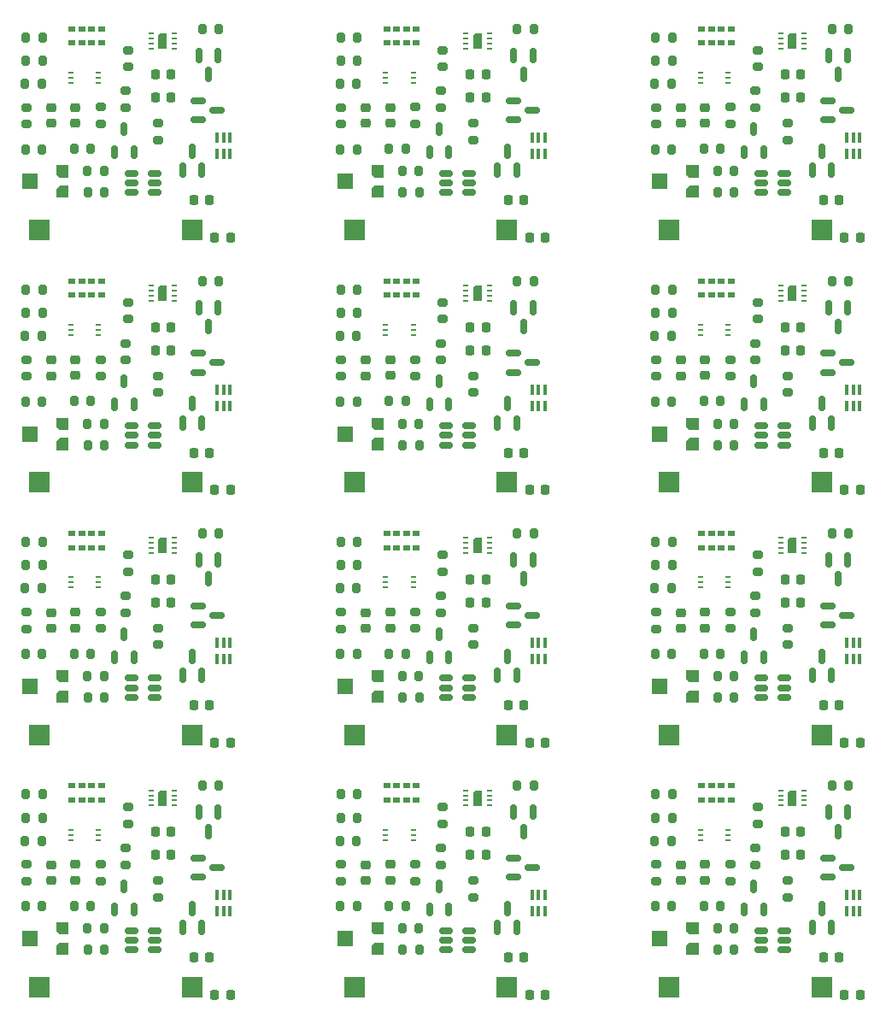
<source format=gtp>
G04 #@! TF.GenerationSoftware,KiCad,Pcbnew,7.0.7*
G04 #@! TF.CreationDate,2024-02-13T21:43:46-05:00*
G04 #@! TF.ProjectId,panelized,70616e65-6c69-47a6-9564-2e6b69636164,rev?*
G04 #@! TF.SameCoordinates,Original*
G04 #@! TF.FileFunction,Paste,Top*
G04 #@! TF.FilePolarity,Positive*
%FSLAX46Y46*%
G04 Gerber Fmt 4.6, Leading zero omitted, Abs format (unit mm)*
G04 Created by KiCad (PCBNEW 7.0.7) date 2024-02-13 21:43:46*
%MOMM*%
%LPD*%
G01*
G04 APERTURE LIST*
G04 Aperture macros list*
%AMRoundRect*
0 Rectangle with rounded corners*
0 $1 Rounding radius*
0 $2 $3 $4 $5 $6 $7 $8 $9 X,Y pos of 4 corners*
0 Add a 4 corners polygon primitive as box body*
4,1,4,$2,$3,$4,$5,$6,$7,$8,$9,$2,$3,0*
0 Add four circle primitives for the rounded corners*
1,1,$1+$1,$2,$3*
1,1,$1+$1,$4,$5*
1,1,$1+$1,$6,$7*
1,1,$1+$1,$8,$9*
0 Add four rect primitives between the rounded corners*
20,1,$1+$1,$2,$3,$4,$5,0*
20,1,$1+$1,$4,$5,$6,$7,0*
20,1,$1+$1,$6,$7,$8,$9,0*
20,1,$1+$1,$8,$9,$2,$3,0*%
%AMFreePoly0*
4,1,6,0.450000,-0.800000,-0.450000,-0.800000,-0.450000,0.530000,-0.180000,0.800000,0.450000,0.800000,0.450000,-0.800000,0.450000,-0.800000,$1*%
G04 Aperture macros list end*
%ADD10RoundRect,0.150000X0.512500X0.150000X-0.512500X0.150000X-0.512500X-0.150000X0.512500X-0.150000X0*%
%ADD11RoundRect,0.150000X-0.587500X-0.150000X0.587500X-0.150000X0.587500X0.150000X-0.587500X0.150000X0*%
%ADD12RoundRect,0.200000X0.200000X0.275000X-0.200000X0.275000X-0.200000X-0.275000X0.200000X-0.275000X0*%
%ADD13RoundRect,0.200000X-0.275000X0.200000X-0.275000X-0.200000X0.275000X-0.200000X0.275000X0.200000X0*%
%ADD14R,1.500000X1.600000*%
%ADD15RoundRect,0.200000X-0.200000X-0.275000X0.200000X-0.275000X0.200000X0.275000X-0.200000X0.275000X0*%
%ADD16RoundRect,0.225000X0.250000X-0.225000X0.250000X0.225000X-0.250000X0.225000X-0.250000X-0.225000X0*%
%ADD17R,0.720000X0.600000*%
%ADD18R,0.550000X0.250000*%
%ADD19R,2.000000X2.000000*%
%ADD20RoundRect,0.200000X0.275000X-0.200000X0.275000X0.200000X-0.275000X0.200000X-0.275000X-0.200000X0*%
%ADD21RoundRect,0.225000X0.225000X0.250000X-0.225000X0.250000X-0.225000X-0.250000X0.225000X-0.250000X0*%
%ADD22RoundRect,0.150000X0.150000X-0.587500X0.150000X0.587500X-0.150000X0.587500X-0.150000X-0.587500X0*%
%ADD23FreePoly0,0.000000*%
%ADD24RoundRect,0.150000X0.150000X-0.512500X0.150000X0.512500X-0.150000X0.512500X-0.150000X-0.512500X0*%
%ADD25RoundRect,0.150000X-0.150000X0.587500X-0.150000X-0.587500X0.150000X-0.587500X0.150000X0.587500X0*%
%ADD26R,0.300000X0.990000*%
G04 APERTURE END LIST*
G36*
X173394086Y-110943198D02*
G01*
X172194086Y-110943198D01*
X172194086Y-110043198D01*
X172494086Y-109743198D01*
X173394086Y-109743198D01*
X173394086Y-110943198D01*
G37*
G36*
X173394086Y-108943198D02*
G01*
X172494086Y-108943198D01*
X172194086Y-108643198D01*
X172194086Y-107743198D01*
X173394086Y-107743198D01*
X173394086Y-108943198D01*
G37*
G36*
X110994086Y-110943198D02*
G01*
X109794086Y-110943198D01*
X109794086Y-110043198D01*
X110094086Y-109743198D01*
X110994086Y-109743198D01*
X110994086Y-110943198D01*
G37*
G36*
X110994086Y-108943198D02*
G01*
X110094086Y-108943198D01*
X109794086Y-108643198D01*
X109794086Y-107743198D01*
X110994086Y-107743198D01*
X110994086Y-108943198D01*
G37*
G36*
X173394086Y-135943198D02*
G01*
X172194086Y-135943198D01*
X172194086Y-135043198D01*
X172494086Y-134743198D01*
X173394086Y-134743198D01*
X173394086Y-135943198D01*
G37*
G36*
X173394086Y-133943198D02*
G01*
X172494086Y-133943198D01*
X172194086Y-133643198D01*
X172194086Y-132743198D01*
X173394086Y-132743198D01*
X173394086Y-133943198D01*
G37*
G36*
X110994086Y-85943198D02*
G01*
X109794086Y-85943198D01*
X109794086Y-85043198D01*
X110094086Y-84743198D01*
X110994086Y-84743198D01*
X110994086Y-85943198D01*
G37*
G36*
X110994086Y-83943198D02*
G01*
X110094086Y-83943198D01*
X109794086Y-83643198D01*
X109794086Y-82743198D01*
X110994086Y-82743198D01*
X110994086Y-83943198D01*
G37*
G36*
X173394086Y-85943198D02*
G01*
X172194086Y-85943198D01*
X172194086Y-85043198D01*
X172494086Y-84743198D01*
X173394086Y-84743198D01*
X173394086Y-85943198D01*
G37*
G36*
X173394086Y-83943198D02*
G01*
X172494086Y-83943198D01*
X172194086Y-83643198D01*
X172194086Y-82743198D01*
X173394086Y-82743198D01*
X173394086Y-83943198D01*
G37*
G36*
X173394086Y-60943198D02*
G01*
X172194086Y-60943198D01*
X172194086Y-60043198D01*
X172494086Y-59743198D01*
X173394086Y-59743198D01*
X173394086Y-60943198D01*
G37*
G36*
X173394086Y-58943198D02*
G01*
X172494086Y-58943198D01*
X172194086Y-58643198D01*
X172194086Y-57743198D01*
X173394086Y-57743198D01*
X173394086Y-58943198D01*
G37*
G36*
X142194086Y-60943198D02*
G01*
X140994086Y-60943198D01*
X140994086Y-60043198D01*
X141294086Y-59743198D01*
X142194086Y-59743198D01*
X142194086Y-60943198D01*
G37*
G36*
X142194086Y-58943198D02*
G01*
X141294086Y-58943198D01*
X140994086Y-58643198D01*
X140994086Y-57743198D01*
X142194086Y-57743198D01*
X142194086Y-58943198D01*
G37*
G36*
X110994086Y-60943198D02*
G01*
X109794086Y-60943198D01*
X109794086Y-60043198D01*
X110094086Y-59743198D01*
X110994086Y-59743198D01*
X110994086Y-60943198D01*
G37*
G36*
X110994086Y-58943198D02*
G01*
X110094086Y-58943198D01*
X109794086Y-58643198D01*
X109794086Y-57743198D01*
X110994086Y-57743198D01*
X110994086Y-58943198D01*
G37*
G36*
X110994086Y-135943198D02*
G01*
X109794086Y-135943198D01*
X109794086Y-135043198D01*
X110094086Y-134743198D01*
X110994086Y-134743198D01*
X110994086Y-135943198D01*
G37*
G36*
X110994086Y-133943198D02*
G01*
X110094086Y-133943198D01*
X109794086Y-133643198D01*
X109794086Y-132743198D01*
X110994086Y-132743198D01*
X110994086Y-133943198D01*
G37*
G36*
X142194086Y-135943198D02*
G01*
X140994086Y-135943198D01*
X140994086Y-135043198D01*
X141294086Y-134743198D01*
X142194086Y-134743198D01*
X142194086Y-135943198D01*
G37*
G36*
X142194086Y-133943198D02*
G01*
X141294086Y-133943198D01*
X140994086Y-133643198D01*
X140994086Y-132743198D01*
X142194086Y-132743198D01*
X142194086Y-133943198D01*
G37*
G36*
X142194086Y-110943198D02*
G01*
X140994086Y-110943198D01*
X140994086Y-110043198D01*
X141294086Y-109743198D01*
X142194086Y-109743198D01*
X142194086Y-110943198D01*
G37*
G36*
X142194086Y-108943198D02*
G01*
X141294086Y-108943198D01*
X140994086Y-108643198D01*
X140994086Y-107743198D01*
X142194086Y-107743198D01*
X142194086Y-108943198D01*
G37*
G36*
X142194086Y-85943198D02*
G01*
X140994086Y-85943198D01*
X140994086Y-85043198D01*
X141294086Y-84743198D01*
X142194086Y-84743198D01*
X142194086Y-85943198D01*
G37*
G36*
X142194086Y-83943198D02*
G01*
X141294086Y-83943198D01*
X140994086Y-83643198D01*
X140994086Y-82743198D01*
X142194086Y-82743198D01*
X142194086Y-83943198D01*
G37*
D10*
X181881586Y-135443198D03*
X181881586Y-134493198D03*
X181881586Y-133543198D03*
X179606586Y-133543198D03*
X179606586Y-134493198D03*
X179606586Y-135443198D03*
D11*
X123843927Y-126350000D03*
X123843927Y-128250000D03*
X125718927Y-127300000D03*
D12*
X139519086Y-74650000D03*
X137869086Y-74650000D03*
D13*
X137984086Y-76990000D03*
X137984086Y-78640000D03*
D14*
X169544086Y-109343198D03*
D10*
X119481586Y-60443198D03*
X119481586Y-59493198D03*
X119481586Y-58543198D03*
X117206586Y-58543198D03*
X117206586Y-59493198D03*
X117206586Y-60443198D03*
D12*
X108404086Y-120050000D03*
X106754086Y-120050000D03*
D15*
X175256586Y-58330698D03*
X176906586Y-58330698D03*
D13*
X179044086Y-125375000D03*
X179044086Y-127025000D03*
D16*
X171644086Y-78575000D03*
X171644086Y-77025000D03*
D17*
X173724086Y-94200000D03*
X174694086Y-94200000D03*
X175664086Y-94200000D03*
X176634086Y-94200000D03*
X176634086Y-95600000D03*
X175664086Y-95600000D03*
X174694086Y-95600000D03*
X173724086Y-95600000D03*
D18*
X145116586Y-74550000D03*
X145116586Y-74050000D03*
X145116586Y-73550000D03*
X142366586Y-73550000D03*
X142366586Y-74050000D03*
X142366586Y-74550000D03*
D12*
X108344086Y-56143198D03*
X106694086Y-56143198D03*
D13*
X182244086Y-53575000D03*
X182244086Y-55225000D03*
D19*
X108084086Y-114150000D03*
X123204086Y-114150000D03*
D11*
X155043927Y-126350000D03*
X155043927Y-128250000D03*
X156918927Y-127300000D03*
D20*
X114144086Y-128625000D03*
X114144086Y-126975000D03*
D12*
X139544086Y-131143198D03*
X137894086Y-131143198D03*
D15*
X144056586Y-58330698D03*
X145706586Y-58330698D03*
D16*
X140444086Y-78575000D03*
X140444086Y-77025000D03*
D12*
X139544086Y-56143198D03*
X137894086Y-56143198D03*
D13*
X169184086Y-76990000D03*
X169184086Y-78640000D03*
X179044086Y-75375000D03*
X179044086Y-77025000D03*
D21*
X152329086Y-73750000D03*
X150779086Y-73750000D03*
D13*
X147844086Y-50375000D03*
X147844086Y-52025000D03*
D15*
X175269086Y-60443198D03*
X176919086Y-60443198D03*
D12*
X170804086Y-97350000D03*
X169154086Y-97350000D03*
X170804086Y-72350000D03*
X169154086Y-72350000D03*
D21*
X183529086Y-48750000D03*
X181979086Y-48750000D03*
D16*
X174044086Y-78550000D03*
X174044086Y-77000000D03*
D12*
X170744086Y-56143198D03*
X169094086Y-56143198D03*
D20*
X176544086Y-78625000D03*
X176544086Y-76975000D03*
D12*
X157069086Y-94200000D03*
X155419086Y-94200000D03*
X139604086Y-95050000D03*
X137954086Y-95050000D03*
X170804086Y-47350000D03*
X169154086Y-47350000D03*
D22*
X153494086Y-58237500D03*
X155394086Y-58237500D03*
X154444086Y-56362500D03*
X184694086Y-83237500D03*
X186594086Y-83237500D03*
X185644086Y-81362500D03*
D23*
X120304086Y-70400000D03*
D18*
X119129086Y-69650000D03*
X119129086Y-70150000D03*
X119129086Y-70650000D03*
X119129086Y-71150000D03*
X121479086Y-71150000D03*
X121479086Y-70650000D03*
X121479086Y-70150000D03*
X121479086Y-69650000D03*
D13*
X179044086Y-100375000D03*
X179044086Y-102025000D03*
D21*
X158219086Y-89900000D03*
X156669086Y-89900000D03*
D24*
X115544086Y-106437500D03*
X117444086Y-106437500D03*
X116494086Y-104162500D03*
D12*
X170744086Y-81143198D03*
X169094086Y-81143198D03*
D14*
X107144086Y-109343198D03*
D16*
X142844086Y-103550000D03*
X142844086Y-102000000D03*
D10*
X181881586Y-110443198D03*
X181881586Y-109493198D03*
X181881586Y-108543198D03*
X179606586Y-108543198D03*
X179606586Y-109493198D03*
X179606586Y-110443198D03*
D25*
X125794086Y-46825000D03*
X123894086Y-46825000D03*
X124844086Y-48700000D03*
D16*
X174044086Y-103550000D03*
X174044086Y-102000000D03*
D12*
X188269086Y-119200000D03*
X186619086Y-119200000D03*
D25*
X125794086Y-71825000D03*
X123894086Y-71825000D03*
X124844086Y-73700000D03*
D26*
X125694086Y-81600000D03*
X126344086Y-81600000D03*
X126994086Y-81600000D03*
X126994086Y-79990000D03*
X126344086Y-79990000D03*
X125694086Y-79990000D03*
D21*
X189419086Y-139900000D03*
X187869086Y-139900000D03*
X152329086Y-126050000D03*
X150779086Y-126050000D03*
D12*
X108404086Y-70050000D03*
X106754086Y-70050000D03*
D13*
X119844086Y-128575000D03*
X119844086Y-130225000D03*
D17*
X173724086Y-44200000D03*
X174694086Y-44200000D03*
X175664086Y-44200000D03*
X176634086Y-44200000D03*
X176634086Y-45600000D03*
X175664086Y-45600000D03*
X174694086Y-45600000D03*
X173724086Y-45600000D03*
D12*
X157069086Y-44200000D03*
X155419086Y-44200000D03*
D25*
X125794086Y-121825000D03*
X123894086Y-121825000D03*
X124844086Y-123700000D03*
D12*
X157069086Y-119200000D03*
X155419086Y-119200000D03*
D13*
X106784086Y-51990000D03*
X106784086Y-53640000D03*
D21*
X158219086Y-114900000D03*
X156669086Y-114900000D03*
D15*
X112856586Y-58330698D03*
X114506586Y-58330698D03*
D17*
X142524086Y-44200000D03*
X143494086Y-44200000D03*
X144464086Y-44200000D03*
X145434086Y-44200000D03*
X145434086Y-45600000D03*
X144464086Y-45600000D03*
X143494086Y-45600000D03*
X142524086Y-45600000D03*
D12*
X108344086Y-131143198D03*
X106694086Y-131143198D03*
D10*
X119481586Y-85443198D03*
X119481586Y-84493198D03*
X119481586Y-83543198D03*
X117206586Y-83543198D03*
X117206586Y-84493198D03*
X117206586Y-85443198D03*
D14*
X169544086Y-134343198D03*
D13*
X148044086Y-71325000D03*
X148044086Y-72975000D03*
D11*
X155043927Y-51350000D03*
X155043927Y-53250000D03*
X156918927Y-52300000D03*
D21*
X183529086Y-51050000D03*
X181979086Y-51050000D03*
D13*
X151044086Y-53575000D03*
X151044086Y-55225000D03*
D24*
X177944086Y-81437500D03*
X179844086Y-81437500D03*
X178894086Y-79162500D03*
D25*
X156994086Y-96825000D03*
X155094086Y-96825000D03*
X156044086Y-98700000D03*
D21*
X187319086Y-136200000D03*
X185769086Y-136200000D03*
D12*
X139604086Y-122350000D03*
X137954086Y-122350000D03*
D13*
X137984086Y-126990000D03*
X137984086Y-128640000D03*
D23*
X182704086Y-45400000D03*
D18*
X181529086Y-44650000D03*
X181529086Y-45150000D03*
X181529086Y-45650000D03*
X181529086Y-46150000D03*
X183879086Y-46150000D03*
X183879086Y-45650000D03*
X183879086Y-45150000D03*
X183879086Y-44650000D03*
D19*
X170484086Y-89150000D03*
X185604086Y-89150000D03*
D18*
X113916586Y-74550000D03*
X113916586Y-74050000D03*
X113916586Y-73550000D03*
X111166586Y-73550000D03*
X111166586Y-74050000D03*
X111166586Y-74550000D03*
D23*
X151504086Y-120400000D03*
D18*
X150329086Y-119650000D03*
X150329086Y-120150000D03*
X150329086Y-120650000D03*
X150329086Y-121150000D03*
X152679086Y-121150000D03*
X152679086Y-120650000D03*
X152679086Y-120150000D03*
X152679086Y-119650000D03*
D15*
X144069086Y-135443198D03*
X145719086Y-135443198D03*
D13*
X106784086Y-126990000D03*
X106784086Y-128640000D03*
X147844086Y-100375000D03*
X147844086Y-102025000D03*
X116644086Y-75375000D03*
X116644086Y-77025000D03*
X116844086Y-121325000D03*
X116844086Y-122975000D03*
D16*
X171644086Y-53575000D03*
X171644086Y-52025000D03*
D12*
X170744086Y-106143198D03*
X169094086Y-106143198D03*
X139544086Y-81143198D03*
X137894086Y-81143198D03*
X188269086Y-44200000D03*
X186619086Y-44200000D03*
X125869086Y-94200000D03*
X124219086Y-94200000D03*
D21*
X121129086Y-73750000D03*
X119579086Y-73750000D03*
D11*
X186243927Y-76350000D03*
X186243927Y-78250000D03*
X188118927Y-77300000D03*
D16*
X109244086Y-78575000D03*
X109244086Y-77025000D03*
D15*
X112856586Y-83330698D03*
X114506586Y-83330698D03*
D10*
X119481586Y-135443198D03*
X119481586Y-134493198D03*
X119481586Y-133543198D03*
X117206586Y-133543198D03*
X117206586Y-134493198D03*
X117206586Y-135443198D03*
D18*
X145116586Y-49550000D03*
X145116586Y-49050000D03*
X145116586Y-48550000D03*
X142366586Y-48550000D03*
X142366586Y-49050000D03*
X142366586Y-49550000D03*
D24*
X146744086Y-131437500D03*
X148644086Y-131437500D03*
X147694086Y-129162500D03*
D21*
X152329086Y-123750000D03*
X150779086Y-123750000D03*
D12*
X170719086Y-49650000D03*
X169069086Y-49650000D03*
D18*
X113916586Y-49550000D03*
X113916586Y-49050000D03*
X113916586Y-48550000D03*
X111166586Y-48550000D03*
X111166586Y-49050000D03*
X111166586Y-49550000D03*
D20*
X145344086Y-53625000D03*
X145344086Y-51975000D03*
D15*
X175256586Y-83330698D03*
X176906586Y-83330698D03*
D12*
X108404086Y-97350000D03*
X106754086Y-97350000D03*
D13*
X147844086Y-125375000D03*
X147844086Y-127025000D03*
D16*
X142844086Y-128550000D03*
X142844086Y-127000000D03*
D21*
X127019086Y-64900000D03*
X125469086Y-64900000D03*
D13*
X116644086Y-50375000D03*
X116644086Y-52025000D03*
D26*
X156894086Y-131600000D03*
X157544086Y-131600000D03*
X158194086Y-131600000D03*
X158194086Y-129990000D03*
X157544086Y-129990000D03*
X156894086Y-129990000D03*
D11*
X155043927Y-101350000D03*
X155043927Y-103250000D03*
X156918927Y-102300000D03*
D15*
X173919086Y-56100000D03*
X175569086Y-56100000D03*
D18*
X113916586Y-124550000D03*
X113916586Y-124050000D03*
X113916586Y-123550000D03*
X111166586Y-123550000D03*
X111166586Y-124050000D03*
X111166586Y-124550000D03*
D24*
X146744086Y-56437500D03*
X148644086Y-56437500D03*
X147694086Y-54162500D03*
X177944086Y-56437500D03*
X179844086Y-56437500D03*
X178894086Y-54162500D03*
D22*
X153494086Y-133237500D03*
X155394086Y-133237500D03*
X154444086Y-131362500D03*
D15*
X175269086Y-110443198D03*
X176919086Y-110443198D03*
D23*
X120304086Y-95400000D03*
D18*
X119129086Y-94650000D03*
X119129086Y-95150000D03*
X119129086Y-95650000D03*
X119129086Y-96150000D03*
X121479086Y-96150000D03*
X121479086Y-95650000D03*
X121479086Y-95150000D03*
X121479086Y-94650000D03*
D12*
X139519086Y-124650000D03*
X137869086Y-124650000D03*
D22*
X122294086Y-133237500D03*
X124194086Y-133237500D03*
X123244086Y-131362500D03*
D13*
X179044086Y-50375000D03*
X179044086Y-52025000D03*
D12*
X108319086Y-99650000D03*
X106669086Y-99650000D03*
D21*
X124919086Y-61200000D03*
X123369086Y-61200000D03*
D15*
X112869086Y-85443198D03*
X114519086Y-85443198D03*
D25*
X188194086Y-121825000D03*
X186294086Y-121825000D03*
X187244086Y-123700000D03*
D12*
X125869086Y-44200000D03*
X124219086Y-44200000D03*
D17*
X142524086Y-94200000D03*
X143494086Y-94200000D03*
X144464086Y-94200000D03*
X145434086Y-94200000D03*
X145434086Y-95600000D03*
X144464086Y-95600000D03*
X143494086Y-95600000D03*
X142524086Y-95600000D03*
D23*
X120304086Y-45400000D03*
D18*
X119129086Y-44650000D03*
X119129086Y-45150000D03*
X119129086Y-45650000D03*
X119129086Y-46150000D03*
X121479086Y-46150000D03*
X121479086Y-45650000D03*
X121479086Y-45150000D03*
X121479086Y-44650000D03*
D16*
X111644086Y-103550000D03*
X111644086Y-102000000D03*
D12*
X139604086Y-72350000D03*
X137954086Y-72350000D03*
D26*
X188094086Y-81600000D03*
X188744086Y-81600000D03*
X189394086Y-81600000D03*
X189394086Y-79990000D03*
X188744086Y-79990000D03*
X188094086Y-79990000D03*
D21*
X124919086Y-111200000D03*
X123369086Y-111200000D03*
D26*
X188094086Y-131600000D03*
X188744086Y-131600000D03*
X189394086Y-131600000D03*
X189394086Y-129990000D03*
X188744086Y-129990000D03*
X188094086Y-129990000D03*
D13*
X148044086Y-121325000D03*
X148044086Y-122975000D03*
X137984086Y-101990000D03*
X137984086Y-103640000D03*
D15*
X142719086Y-81100000D03*
X144369086Y-81100000D03*
D21*
X152329086Y-51050000D03*
X150779086Y-51050000D03*
D13*
X116844086Y-46325000D03*
X116844086Y-47975000D03*
D15*
X142719086Y-131100000D03*
X144369086Y-131100000D03*
D17*
X142524086Y-119200000D03*
X143494086Y-119200000D03*
X144464086Y-119200000D03*
X145434086Y-119200000D03*
X145434086Y-120600000D03*
X144464086Y-120600000D03*
X143494086Y-120600000D03*
X142524086Y-120600000D03*
D20*
X176544086Y-103625000D03*
X176544086Y-101975000D03*
D21*
X189419086Y-89900000D03*
X187869086Y-89900000D03*
D24*
X146744086Y-81437500D03*
X148644086Y-81437500D03*
X147694086Y-79162500D03*
D15*
X144069086Y-60443198D03*
X145719086Y-60443198D03*
D13*
X151044086Y-128575000D03*
X151044086Y-130225000D03*
D22*
X153494086Y-83237500D03*
X155394086Y-83237500D03*
X154444086Y-81362500D03*
D21*
X152329086Y-98750000D03*
X150779086Y-98750000D03*
D11*
X123843927Y-101350000D03*
X123843927Y-103250000D03*
X125718927Y-102300000D03*
D19*
X139284086Y-139150000D03*
X154404086Y-139150000D03*
D16*
X171644086Y-103575000D03*
X171644086Y-102025000D03*
D20*
X114144086Y-78625000D03*
X114144086Y-76975000D03*
D14*
X107144086Y-84343198D03*
X169544086Y-84343198D03*
X169544086Y-59343198D03*
D16*
X111644086Y-53550000D03*
X111644086Y-52000000D03*
D15*
X111519086Y-131100000D03*
X113169086Y-131100000D03*
D10*
X150681586Y-60443198D03*
X150681586Y-59493198D03*
X150681586Y-58543198D03*
X148406586Y-58543198D03*
X148406586Y-59493198D03*
X148406586Y-60443198D03*
D12*
X139604086Y-120050000D03*
X137954086Y-120050000D03*
D19*
X139284086Y-89150000D03*
X154404086Y-89150000D03*
X170484086Y-64150000D03*
X185604086Y-64150000D03*
D10*
X119481586Y-110443198D03*
X119481586Y-109493198D03*
X119481586Y-108543198D03*
X117206586Y-108543198D03*
X117206586Y-109493198D03*
X117206586Y-110443198D03*
D18*
X145116586Y-99550000D03*
X145116586Y-99050000D03*
X145116586Y-98550000D03*
X142366586Y-98550000D03*
X142366586Y-99050000D03*
X142366586Y-99550000D03*
D21*
X127019086Y-139900000D03*
X125469086Y-139900000D03*
D14*
X138344086Y-59343198D03*
D15*
X142719086Y-106100000D03*
X144369086Y-106100000D03*
D21*
X121129086Y-98750000D03*
X119579086Y-98750000D03*
D26*
X156894086Y-106600000D03*
X157544086Y-106600000D03*
X158194086Y-106600000D03*
X158194086Y-104990000D03*
X157544086Y-104990000D03*
X156894086Y-104990000D03*
D25*
X125794086Y-96825000D03*
X123894086Y-96825000D03*
X124844086Y-98700000D03*
D12*
X170804086Y-120050000D03*
X169154086Y-120050000D03*
D24*
X177944086Y-131437500D03*
X179844086Y-131437500D03*
X178894086Y-129162500D03*
D11*
X155043927Y-76350000D03*
X155043927Y-78250000D03*
X156918927Y-77300000D03*
D21*
X121129086Y-51050000D03*
X119579086Y-51050000D03*
D17*
X111324086Y-44200000D03*
X112294086Y-44200000D03*
X113264086Y-44200000D03*
X114234086Y-44200000D03*
X114234086Y-45600000D03*
X113264086Y-45600000D03*
X112294086Y-45600000D03*
X111324086Y-45600000D03*
D25*
X156994086Y-46825000D03*
X155094086Y-46825000D03*
X156044086Y-48700000D03*
D11*
X186243927Y-51350000D03*
X186243927Y-53250000D03*
X188118927Y-52300000D03*
D13*
X147844086Y-75375000D03*
X147844086Y-77025000D03*
D21*
X121129086Y-126050000D03*
X119579086Y-126050000D03*
D16*
X140444086Y-53575000D03*
X140444086Y-52025000D03*
D20*
X114144086Y-53625000D03*
X114144086Y-51975000D03*
D12*
X170804086Y-95050000D03*
X169154086Y-95050000D03*
D13*
X116844086Y-96325000D03*
X116844086Y-97975000D03*
D19*
X108084086Y-64150000D03*
X123204086Y-64150000D03*
D17*
X111324086Y-94200000D03*
X112294086Y-94200000D03*
X113264086Y-94200000D03*
X114234086Y-94200000D03*
X114234086Y-95600000D03*
X113264086Y-95600000D03*
X112294086Y-95600000D03*
X111324086Y-95600000D03*
D19*
X139284086Y-114150000D03*
X154404086Y-114150000D03*
D21*
X158219086Y-139900000D03*
X156669086Y-139900000D03*
D10*
X181881586Y-60443198D03*
X181881586Y-59493198D03*
X181881586Y-58543198D03*
X179606586Y-58543198D03*
X179606586Y-59493198D03*
X179606586Y-60443198D03*
D12*
X108404086Y-45050000D03*
X106754086Y-45050000D03*
D15*
X111519086Y-56100000D03*
X113169086Y-56100000D03*
D13*
X148044086Y-96325000D03*
X148044086Y-97975000D03*
D15*
X175269086Y-85443198D03*
X176919086Y-85443198D03*
D23*
X182704086Y-120400000D03*
D18*
X181529086Y-119650000D03*
X181529086Y-120150000D03*
X181529086Y-120650000D03*
X181529086Y-121150000D03*
X183879086Y-121150000D03*
X183879086Y-120650000D03*
X183879086Y-120150000D03*
X183879086Y-119650000D03*
D23*
X151504086Y-45400000D03*
D18*
X150329086Y-44650000D03*
X150329086Y-45150000D03*
X150329086Y-45650000D03*
X150329086Y-46150000D03*
X152679086Y-46150000D03*
X152679086Y-45650000D03*
X152679086Y-45150000D03*
X152679086Y-44650000D03*
X176316586Y-74550000D03*
X176316586Y-74050000D03*
X176316586Y-73550000D03*
X173566586Y-73550000D03*
X173566586Y-74050000D03*
X173566586Y-74550000D03*
D23*
X182704086Y-95400000D03*
D18*
X181529086Y-94650000D03*
X181529086Y-95150000D03*
X181529086Y-95650000D03*
X181529086Y-96150000D03*
X183879086Y-96150000D03*
X183879086Y-95650000D03*
X183879086Y-95150000D03*
X183879086Y-94650000D03*
D12*
X170804086Y-122350000D03*
X169154086Y-122350000D03*
D24*
X115544086Y-81437500D03*
X117444086Y-81437500D03*
X116494086Y-79162500D03*
D18*
X145116586Y-124550000D03*
X145116586Y-124050000D03*
X145116586Y-123550000D03*
X142366586Y-123550000D03*
X142366586Y-124050000D03*
X142366586Y-124550000D03*
D25*
X188194086Y-96825000D03*
X186294086Y-96825000D03*
X187244086Y-98700000D03*
D15*
X144056586Y-133330698D03*
X145706586Y-133330698D03*
D12*
X108344086Y-106143198D03*
X106694086Y-106143198D03*
D25*
X156994086Y-71825000D03*
X155094086Y-71825000D03*
X156044086Y-73700000D03*
D14*
X107144086Y-59343198D03*
D12*
X139604086Y-97350000D03*
X137954086Y-97350000D03*
D17*
X173724086Y-69200000D03*
X174694086Y-69200000D03*
X175664086Y-69200000D03*
X176634086Y-69200000D03*
X176634086Y-70600000D03*
X175664086Y-70600000D03*
X174694086Y-70600000D03*
X173724086Y-70600000D03*
D15*
X112869086Y-135443198D03*
X114519086Y-135443198D03*
D20*
X176544086Y-128625000D03*
X176544086Y-126975000D03*
D16*
X109244086Y-103575000D03*
X109244086Y-102025000D03*
X174044086Y-53550000D03*
X174044086Y-52000000D03*
D26*
X156894086Y-56600000D03*
X157544086Y-56600000D03*
X158194086Y-56600000D03*
X158194086Y-54990000D03*
X157544086Y-54990000D03*
X156894086Y-54990000D03*
D12*
X125869086Y-119200000D03*
X124219086Y-119200000D03*
D26*
X156894086Y-81600000D03*
X157544086Y-81600000D03*
X158194086Y-81600000D03*
X158194086Y-79990000D03*
X157544086Y-79990000D03*
X156894086Y-79990000D03*
D10*
X150681586Y-85443198D03*
X150681586Y-84493198D03*
X150681586Y-83543198D03*
X148406586Y-83543198D03*
X148406586Y-84493198D03*
X148406586Y-85443198D03*
D24*
X177944086Y-106437500D03*
X179844086Y-106437500D03*
X178894086Y-104162500D03*
D20*
X145344086Y-128625000D03*
X145344086Y-126975000D03*
D15*
X111519086Y-81100000D03*
X113169086Y-81100000D03*
D21*
X189419086Y-64900000D03*
X187869086Y-64900000D03*
D12*
X108319086Y-49650000D03*
X106669086Y-49650000D03*
X170719086Y-99650000D03*
X169069086Y-99650000D03*
D16*
X140444086Y-103575000D03*
X140444086Y-102025000D03*
D17*
X173724086Y-119200000D03*
X174694086Y-119200000D03*
X175664086Y-119200000D03*
X176634086Y-119200000D03*
X176634086Y-120600000D03*
X175664086Y-120600000D03*
X174694086Y-120600000D03*
X173724086Y-120600000D03*
D14*
X107144086Y-134343198D03*
D15*
X144069086Y-110443198D03*
X145719086Y-110443198D03*
D13*
X169184086Y-51990000D03*
X169184086Y-53640000D03*
D11*
X186243927Y-101350000D03*
X186243927Y-103250000D03*
X188118927Y-102300000D03*
D12*
X108404086Y-122350000D03*
X106754086Y-122350000D03*
D21*
X183529086Y-123750000D03*
X181979086Y-123750000D03*
D15*
X173919086Y-131100000D03*
X175569086Y-131100000D03*
D13*
X116644086Y-125375000D03*
X116644086Y-127025000D03*
D26*
X188094086Y-56600000D03*
X188744086Y-56600000D03*
X189394086Y-56600000D03*
X189394086Y-54990000D03*
X188744086Y-54990000D03*
X188094086Y-54990000D03*
D21*
X183529086Y-98750000D03*
X181979086Y-98750000D03*
D12*
X108319086Y-124650000D03*
X106669086Y-124650000D03*
X108404086Y-47350000D03*
X106754086Y-47350000D03*
D18*
X176316586Y-99550000D03*
X176316586Y-99050000D03*
X176316586Y-98550000D03*
X173566586Y-98550000D03*
X173566586Y-99050000D03*
X173566586Y-99550000D03*
D13*
X151044086Y-103575000D03*
X151044086Y-105225000D03*
D20*
X176544086Y-53625000D03*
X176544086Y-51975000D03*
D15*
X111519086Y-106100000D03*
X113169086Y-106100000D03*
D12*
X170719086Y-74650000D03*
X169069086Y-74650000D03*
X125869086Y-69200000D03*
X124219086Y-69200000D03*
D23*
X120304086Y-120400000D03*
D18*
X119129086Y-119650000D03*
X119129086Y-120150000D03*
X119129086Y-120650000D03*
X119129086Y-121150000D03*
X121479086Y-121150000D03*
X121479086Y-120650000D03*
X121479086Y-120150000D03*
X121479086Y-119650000D03*
D12*
X188269086Y-69200000D03*
X186619086Y-69200000D03*
D18*
X176316586Y-49550000D03*
X176316586Y-49050000D03*
X176316586Y-48550000D03*
X173566586Y-48550000D03*
X173566586Y-49050000D03*
X173566586Y-49550000D03*
D13*
X182244086Y-103575000D03*
X182244086Y-105225000D03*
D12*
X108344086Y-81143198D03*
X106694086Y-81143198D03*
D13*
X119844086Y-53575000D03*
X119844086Y-55225000D03*
D19*
X170484086Y-139150000D03*
X185604086Y-139150000D03*
D15*
X175256586Y-108330698D03*
X176906586Y-108330698D03*
D22*
X153494086Y-108237500D03*
X155394086Y-108237500D03*
X154444086Y-106362500D03*
D23*
X182704086Y-70400000D03*
D18*
X181529086Y-69650000D03*
X181529086Y-70150000D03*
X181529086Y-70650000D03*
X181529086Y-71150000D03*
X183879086Y-71150000D03*
X183879086Y-70650000D03*
X183879086Y-70150000D03*
X183879086Y-69650000D03*
D21*
X183529086Y-73750000D03*
X181979086Y-73750000D03*
D23*
X151504086Y-95400000D03*
D18*
X150329086Y-94650000D03*
X150329086Y-95150000D03*
X150329086Y-95650000D03*
X150329086Y-96150000D03*
X152679086Y-96150000D03*
X152679086Y-95650000D03*
X152679086Y-95150000D03*
X152679086Y-94650000D03*
D24*
X115544086Y-131437500D03*
X117444086Y-131437500D03*
X116494086Y-129162500D03*
D16*
X142844086Y-53550000D03*
X142844086Y-52000000D03*
D21*
X183529086Y-76050000D03*
X181979086Y-76050000D03*
D15*
X175269086Y-135443198D03*
X176919086Y-135443198D03*
X112869086Y-60443198D03*
X114519086Y-60443198D03*
X112869086Y-110443198D03*
X114519086Y-110443198D03*
X175256586Y-133330698D03*
X176906586Y-133330698D03*
D12*
X170719086Y-124650000D03*
X169069086Y-124650000D03*
D24*
X146744086Y-106437500D03*
X148644086Y-106437500D03*
X147694086Y-104162500D03*
D12*
X170804086Y-45050000D03*
X169154086Y-45050000D03*
D13*
X169184086Y-101990000D03*
X169184086Y-103640000D03*
D16*
X109244086Y-53575000D03*
X109244086Y-52025000D03*
D11*
X123843927Y-51350000D03*
X123843927Y-53250000D03*
X125718927Y-52300000D03*
D13*
X137984086Y-51990000D03*
X137984086Y-53640000D03*
D16*
X171644086Y-128575000D03*
X171644086Y-127025000D03*
D12*
X139544086Y-106143198D03*
X137894086Y-106143198D03*
D15*
X112856586Y-108330698D03*
X114506586Y-108330698D03*
D22*
X184694086Y-58237500D03*
X186594086Y-58237500D03*
X185644086Y-56362500D03*
D21*
X187319086Y-86200000D03*
X185769086Y-86200000D03*
D22*
X122294086Y-58237500D03*
X124194086Y-58237500D03*
X123244086Y-56362500D03*
D13*
X106784086Y-76990000D03*
X106784086Y-78640000D03*
X179244086Y-121325000D03*
X179244086Y-122975000D03*
D21*
X158219086Y-64900000D03*
X156669086Y-64900000D03*
D26*
X125694086Y-56600000D03*
X126344086Y-56600000D03*
X126994086Y-56600000D03*
X126994086Y-54990000D03*
X126344086Y-54990000D03*
X125694086Y-54990000D03*
D25*
X156994086Y-121825000D03*
X155094086Y-121825000D03*
X156044086Y-123700000D03*
D10*
X181881586Y-85443198D03*
X181881586Y-84493198D03*
X181881586Y-83543198D03*
X179606586Y-83543198D03*
X179606586Y-84493198D03*
X179606586Y-85443198D03*
D21*
X152329086Y-101050000D03*
X150779086Y-101050000D03*
X127019086Y-114900000D03*
X125469086Y-114900000D03*
D12*
X139519086Y-99650000D03*
X137869086Y-99650000D03*
D19*
X170484086Y-114150000D03*
X185604086Y-114150000D03*
D26*
X188094086Y-106600000D03*
X188744086Y-106600000D03*
X189394086Y-106600000D03*
X189394086Y-104990000D03*
X188744086Y-104990000D03*
X188094086Y-104990000D03*
D19*
X139284086Y-64150000D03*
X154404086Y-64150000D03*
D13*
X182244086Y-128575000D03*
X182244086Y-130225000D03*
D21*
X183529086Y-126050000D03*
X181979086Y-126050000D03*
D12*
X108404086Y-72350000D03*
X106754086Y-72350000D03*
D16*
X174044086Y-128550000D03*
X174044086Y-127000000D03*
D23*
X151504086Y-70400000D03*
D18*
X150329086Y-69650000D03*
X150329086Y-70150000D03*
X150329086Y-70650000D03*
X150329086Y-71150000D03*
X152679086Y-71150000D03*
X152679086Y-70650000D03*
X152679086Y-70150000D03*
X152679086Y-69650000D03*
D16*
X111644086Y-78550000D03*
X111644086Y-77000000D03*
D21*
X156119086Y-136200000D03*
X154569086Y-136200000D03*
D13*
X179244086Y-96325000D03*
X179244086Y-97975000D03*
D15*
X144069086Y-85443198D03*
X145719086Y-85443198D03*
D13*
X116644086Y-100375000D03*
X116644086Y-102025000D03*
D21*
X156119086Y-86200000D03*
X154569086Y-86200000D03*
D12*
X188269086Y-94200000D03*
X186619086Y-94200000D03*
D18*
X113916586Y-99550000D03*
X113916586Y-99050000D03*
X113916586Y-98550000D03*
X111166586Y-98550000D03*
X111166586Y-99050000D03*
X111166586Y-99550000D03*
D13*
X179244086Y-71325000D03*
X179244086Y-72975000D03*
D15*
X142719086Y-56100000D03*
X144369086Y-56100000D03*
D12*
X139519086Y-49650000D03*
X137869086Y-49650000D03*
D21*
X127019086Y-89900000D03*
X125469086Y-89900000D03*
D17*
X142524086Y-69200000D03*
X143494086Y-69200000D03*
X144464086Y-69200000D03*
X145434086Y-69200000D03*
X145434086Y-70600000D03*
X144464086Y-70600000D03*
X143494086Y-70600000D03*
X142524086Y-70600000D03*
D20*
X145344086Y-78625000D03*
X145344086Y-76975000D03*
D12*
X157069086Y-69200000D03*
X155419086Y-69200000D03*
D15*
X173919086Y-106100000D03*
X175569086Y-106100000D03*
D12*
X108404086Y-95050000D03*
X106754086Y-95050000D03*
D19*
X108084086Y-139150000D03*
X123204086Y-139150000D03*
D21*
X121129086Y-101050000D03*
X119579086Y-101050000D03*
D22*
X184694086Y-108237500D03*
X186594086Y-108237500D03*
X185644086Y-106362500D03*
D21*
X187319086Y-61200000D03*
X185769086Y-61200000D03*
D20*
X114144086Y-103625000D03*
X114144086Y-101975000D03*
D21*
X183529086Y-101050000D03*
X181979086Y-101050000D03*
D22*
X122294086Y-83237500D03*
X124194086Y-83237500D03*
X123244086Y-81362500D03*
D12*
X170744086Y-131143198D03*
X169094086Y-131143198D03*
D25*
X188194086Y-71825000D03*
X186294086Y-71825000D03*
X187244086Y-73700000D03*
D18*
X176316586Y-124550000D03*
X176316586Y-124050000D03*
X176316586Y-123550000D03*
X173566586Y-123550000D03*
X173566586Y-124050000D03*
X173566586Y-124550000D03*
D15*
X173919086Y-81100000D03*
X175569086Y-81100000D03*
D19*
X108084086Y-89150000D03*
X123204086Y-89150000D03*
D22*
X184694086Y-133237500D03*
X186594086Y-133237500D03*
X185644086Y-131362500D03*
D16*
X140444086Y-128575000D03*
X140444086Y-127025000D03*
D26*
X125694086Y-131600000D03*
X126344086Y-131600000D03*
X126994086Y-131600000D03*
X126994086Y-129990000D03*
X126344086Y-129990000D03*
X125694086Y-129990000D03*
D14*
X138344086Y-134343198D03*
D21*
X156119086Y-111200000D03*
X154569086Y-111200000D03*
D14*
X138344086Y-109343198D03*
D22*
X122294086Y-108237500D03*
X124194086Y-108237500D03*
X123244086Y-106362500D03*
D13*
X151044086Y-78575000D03*
X151044086Y-80225000D03*
D21*
X189419086Y-114900000D03*
X187869086Y-114900000D03*
D13*
X106784086Y-101990000D03*
X106784086Y-103640000D03*
D17*
X111324086Y-119200000D03*
X112294086Y-119200000D03*
X113264086Y-119200000D03*
X114234086Y-119200000D03*
X114234086Y-120600000D03*
X113264086Y-120600000D03*
X112294086Y-120600000D03*
X111324086Y-120600000D03*
D21*
X156119086Y-61200000D03*
X154569086Y-61200000D03*
D26*
X125694086Y-106600000D03*
X126344086Y-106600000D03*
X126994086Y-106600000D03*
X126994086Y-104990000D03*
X126344086Y-104990000D03*
X125694086Y-104990000D03*
D16*
X111644086Y-128550000D03*
X111644086Y-127000000D03*
D21*
X121129086Y-123750000D03*
X119579086Y-123750000D03*
D13*
X119844086Y-78575000D03*
X119844086Y-80225000D03*
D11*
X186243927Y-126350000D03*
X186243927Y-128250000D03*
X188118927Y-127300000D03*
D21*
X121129086Y-76050000D03*
X119579086Y-76050000D03*
X187319086Y-111200000D03*
X185769086Y-111200000D03*
X152329086Y-48750000D03*
X150779086Y-48750000D03*
D20*
X145344086Y-103625000D03*
X145344086Y-101975000D03*
D13*
X119844086Y-103575000D03*
X119844086Y-105225000D03*
D12*
X139604086Y-70050000D03*
X137954086Y-70050000D03*
D21*
X124919086Y-136200000D03*
X123369086Y-136200000D03*
D16*
X142844086Y-78550000D03*
X142844086Y-77000000D03*
D13*
X179244086Y-46325000D03*
X179244086Y-47975000D03*
D25*
X188194086Y-46825000D03*
X186294086Y-46825000D03*
X187244086Y-48700000D03*
D12*
X139604086Y-45050000D03*
X137954086Y-45050000D03*
D10*
X150681586Y-135443198D03*
X150681586Y-134493198D03*
X150681586Y-133543198D03*
X148406586Y-133543198D03*
X148406586Y-134493198D03*
X148406586Y-135443198D03*
D16*
X109244086Y-128575000D03*
X109244086Y-127025000D03*
D11*
X123843927Y-76350000D03*
X123843927Y-78250000D03*
X125718927Y-77300000D03*
D10*
X150681586Y-110443198D03*
X150681586Y-109493198D03*
X150681586Y-108543198D03*
X148406586Y-108543198D03*
X148406586Y-109493198D03*
X148406586Y-110443198D03*
D13*
X182244086Y-78575000D03*
X182244086Y-80225000D03*
D14*
X138344086Y-84343198D03*
D21*
X124919086Y-86200000D03*
X123369086Y-86200000D03*
D12*
X170804086Y-70050000D03*
X169154086Y-70050000D03*
D21*
X152329086Y-76050000D03*
X150779086Y-76050000D03*
D13*
X116844086Y-71325000D03*
X116844086Y-72975000D03*
D24*
X115544086Y-56437500D03*
X117444086Y-56437500D03*
X116494086Y-54162500D03*
D12*
X108319086Y-74650000D03*
X106669086Y-74650000D03*
D17*
X111324086Y-69200000D03*
X112294086Y-69200000D03*
X113264086Y-69200000D03*
X114234086Y-69200000D03*
X114234086Y-70600000D03*
X113264086Y-70600000D03*
X112294086Y-70600000D03*
X111324086Y-70600000D03*
D12*
X139604086Y-47350000D03*
X137954086Y-47350000D03*
D15*
X144056586Y-83330698D03*
X145706586Y-83330698D03*
D13*
X169184086Y-126990000D03*
X169184086Y-128640000D03*
D15*
X144056586Y-108330698D03*
X145706586Y-108330698D03*
D13*
X148044086Y-46325000D03*
X148044086Y-47975000D03*
D15*
X112856586Y-133330698D03*
X114506586Y-133330698D03*
D21*
X121129086Y-48750000D03*
X119579086Y-48750000D03*
M02*

</source>
